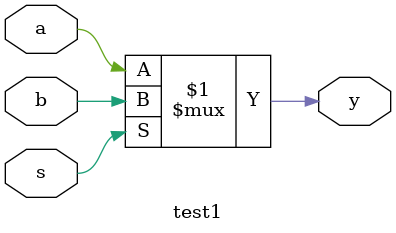
<source format=v>
/*module test1(a,y);//端口列表
input a;//输入，wire，1位
output y;//输出，wire，1位
assign y=~a;//连线，连续赋值语句，取反，相当于非门
endmodule*/
module test1(a,b,s,y);
input a,b,s;
output y;
assign y = s?b:a;
endmodule
</source>
